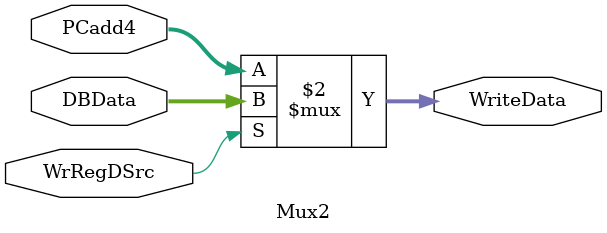
<source format=v>
`timescale 1ns / 1ps


module Mux2(
    input WrRegDSrc,
    input[31:0] PCadd4,
    input[31:0] DBData,
    output[31:0] WriteData
    );
    assign WriteData = (WrRegDSrc==1'b0)? PCadd4:DBData;
endmodule

</source>
